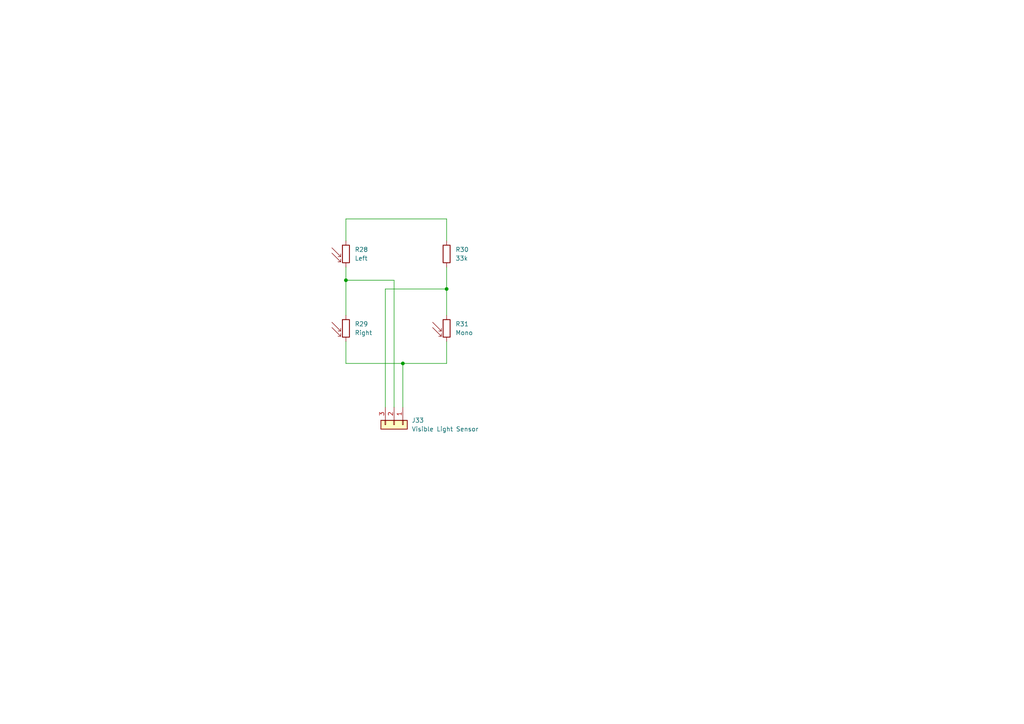
<source format=kicad_sch>
(kicad_sch (version 20211123) (generator eeschema)
  (paper "A4")
  (lib_symbols
    (symbol "Connector_Generic:Conn_01x03" (pin_names (offset 1.016) hide)
      (property "Reference" "J" (at 0 5.08 0))
      (property "Value" "Conn_01x03" (at 0 -5.08 0))
      (symbol "Conn_01x03_1_1"
        (rectangle (start -1.27 -2.413) (end 0 -2.667) (stroke (width 0.1524)))
        (rectangle (start -1.27 0.127) (end 0 -0.127) (stroke (width 0.1524)))
        (rectangle (start -1.27 2.667) (end 0 2.413) (stroke (width 0.1524)))
        (rectangle (start -1.27 3.81) (end 1.27 -3.81) (stroke (width 0.254)) (fill (type background)))
        (pin passive line (at -5.08 2.54 0) (length 3.81) (name "Pin_1") (number "1"))
        (pin passive line (at -5.08 0 0) (length 3.81) (name "Pin_2") (number "2"))
        (pin passive line (at -5.08 -2.54 0) (length 3.81) (name "Pin_3") (number "3"))
      )
    )
    (symbol "Device:R" (pin_numbers hide) (pin_names (offset 0))
      (property "Reference" "R" (at 2.032 0 90))
      (property "Value" "R" (at 0 0 90))
      (symbol "R_0_1"
        (rectangle (start -1.016 -2.54) (end 1.016 2.54) (stroke (width 0.254)))
      )
      (symbol "R_1_1"
        (pin passive line (at 0 3.81 270) (length 1.27) (name "~") (number "1"))
        (pin passive line (at 0 -3.81 90) (length 1.27) (name "~") (number "2"))
      )
    )
    (symbol "Device:R_Photo" (pin_numbers hide) (pin_names (offset 0))
      (property "Reference" "R" (at 1.27 1.27 0))
      (property "Value" "R_Photo" (at 1.27 0 0))
      (symbol "R_Photo_0_1"
        (rectangle (start -1.016 2.54) (end 1.016 -2.54) (stroke (width 0.254)))
        (polyline (pts (xy -1.524 -2.286) (xy -4.064 0.254)))
        (polyline (pts (xy -1.524 -2.286) (xy -2.286 -2.286)))
        (polyline (pts (xy -1.524 -2.286) (xy -1.524 -1.524)))
        (polyline (pts (xy -1.524 -0.762) (xy -4.064 1.778)))
        (polyline (pts (xy -1.524 -0.762) (xy -2.286 -0.762)))
        (polyline (pts (xy -1.524 -0.762) (xy -1.524 0)))
      )
      (symbol "R_Photo_1_1"
        (pin passive line (at 0 3.81 270) (length 1.27) (name "~") (number "1"))
        (pin passive line (at 0 -3.81 90) (length 1.27) (name "~") (number "2"))
      )
    )
  )
  (junction (at 129.54 83.82))
  (junction (at 116.84 105.41))
  (junction (at 100.33 81.28))
  (wire (pts (xy 129.54 83.82) (xy 129.54 91.44)))
  (wire (pts (xy 111.76 83.82) (xy 129.54 83.82)))
  (wire (pts (xy 111.76 118.11) (xy 111.76 83.82)))
  (wire (pts (xy 100.33 81.28) (xy 114.3 81.28)))
  (wire (pts (xy 129.54 105.41) (xy 129.54 99.06)))
  (wire (pts (xy 116.84 105.41) (xy 129.54 105.41)))
  (wire (pts (xy 100.33 77.47) (xy 100.33 81.28)))
  (wire (pts (xy 129.54 63.5) (xy 129.54 69.85)))
  (wire (pts (xy 100.33 69.85) (xy 100.33 63.5)))
  (wire (pts (xy 114.3 81.28) (xy 114.3 118.11)))
  (wire (pts (xy 116.84 105.41) (xy 116.84 118.11)))
  (wire (pts (xy 100.33 81.28) (xy 100.33 91.44)))
  (wire (pts (xy 100.33 63.5) (xy 129.54 63.5)))
  (wire (pts (xy 100.33 105.41) (xy 116.84 105.41)))
  (wire (pts (xy 129.54 77.47) (xy 129.54 83.82)))
  (wire (pts (xy 100.33 99.06) (xy 100.33 105.41)))
  (symbol (lib_id "Device:R_Photo") (at 100.33 95.25 0) (unit 1)
    (property "Reference" "R29" (at 102.87 93.9799 0) (effects (justify left)))
    (property "Value" "Right" (at 102.87 96.5199 0) (effects (justify left)))
    (property "Footprint" "OptoDevice:R_LDR_5.0x4.1mm_P3mm_Vertical" (effects hide))
  )
  (symbol (lib_id "Device:R_Photo") (at 100.33 73.66 0) (unit 1)
    (property "Reference" "R28" (at 102.87 72.3899 0) (effects (justify left)))
    (property "Value" "Left" (at 102.87 74.9299 0) (effects (justify left)))
    (property "Footprint" "OptoDevice:R_LDR_5.0x4.1mm_P3mm_Vertical" (effects hide))
  )
  (symbol (lib_id "Device:R_Photo") (at 129.54 95.25 0) (unit 1)
    (property "Reference" "R31" (at 132.08 93.9799 0) (effects (justify left)))
    (property "Value" "Mono" (at 132.08 96.5199 0) (effects (justify left)))
    (property "Footprint" "OptoDevice:R_LDR_5.0x4.1mm_P3mm_Vertical" (effects hide))
  )
  (symbol (lib_id "Device:R") (at 129.54 73.66 0) (unit 1)
    (property "Reference" "R30" (at 132.08 72.3899 0) (effects (justify left)))
    (property "Value" "33k" (at 132.08 74.9299 0) (effects (justify left)))
    (property "Footprint" "Resistor_THT:R_Axial_DIN0207_L6.3mm_D2.5mm_P10.16mm_Horizontal" (effects hide))
  )
  (symbol (lib_id "Connector_Generic:Conn_01x03") (at 114.3 123.19 270) (unit 1)
    (property "Reference" "J33" (at 119.38 121.9199 90) (effects (justify left)))
    (property "Value" "Visible Light Sensor" (at 119.38 124.4599 90) (effects (justify left)))
    (property "Footprint" "Connector_PinHeader_2.54mm:PinHeader_1x03_P2.54mm_Vertical" (effects hide))
  )
)
</source>
